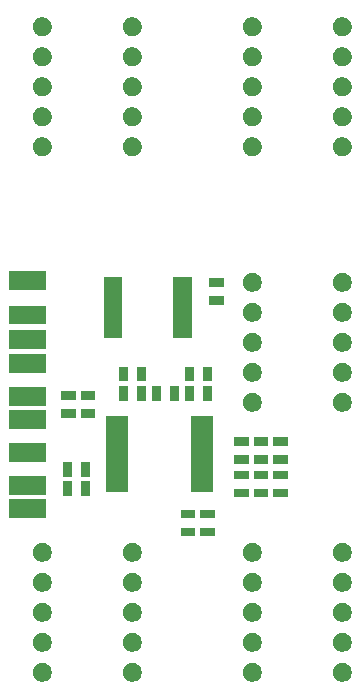
<source format=gbr>
G04 #@! TF.GenerationSoftware,KiCad,Pcbnew,5.0.2+dfsg1-1*
G04 #@! TF.CreationDate,2019-05-06T01:44:38+03:00*
G04 #@! TF.ProjectId,cps1_adapter,63707331-5f61-4646-9170-7465722e6b69,rev?*
G04 #@! TF.SameCoordinates,Original*
G04 #@! TF.FileFunction,Soldermask,Top*
G04 #@! TF.FilePolarity,Negative*
%FSLAX46Y46*%
G04 Gerber Fmt 4.6, Leading zero omitted, Abs format (unit mm)*
G04 Created by KiCad (PCBNEW 5.0.2+dfsg1-1) date 2019-05-06T01:44:38 EEST*
%MOMM*%
%LPD*%
G01*
G04 APERTURE LIST*
%ADD10C,0.100000*%
G04 APERTURE END LIST*
D10*
G36*
X51298585Y-89389974D02*
X51444322Y-89450340D01*
X51575481Y-89537978D01*
X51687022Y-89649519D01*
X51774660Y-89780678D01*
X51835026Y-89926415D01*
X51865800Y-90081127D01*
X51865800Y-90238873D01*
X51835026Y-90393585D01*
X51774660Y-90539322D01*
X51687022Y-90670481D01*
X51575481Y-90782022D01*
X51444322Y-90869660D01*
X51298585Y-90930026D01*
X51143873Y-90960800D01*
X50986127Y-90960800D01*
X50831415Y-90930026D01*
X50685678Y-90869660D01*
X50554519Y-90782022D01*
X50442978Y-90670481D01*
X50355340Y-90539322D01*
X50294974Y-90393585D01*
X50264200Y-90238873D01*
X50264200Y-90081127D01*
X50294974Y-89926415D01*
X50355340Y-89780678D01*
X50442978Y-89649519D01*
X50554519Y-89537978D01*
X50685678Y-89450340D01*
X50831415Y-89389974D01*
X50986127Y-89359200D01*
X51143873Y-89359200D01*
X51298585Y-89389974D01*
X51298585Y-89389974D01*
G37*
G36*
X61458585Y-89389974D02*
X61604322Y-89450340D01*
X61735481Y-89537978D01*
X61847022Y-89649519D01*
X61934660Y-89780678D01*
X61995026Y-89926415D01*
X62025800Y-90081127D01*
X62025800Y-90238873D01*
X61995026Y-90393585D01*
X61934660Y-90539322D01*
X61847022Y-90670481D01*
X61735481Y-90782022D01*
X61604322Y-90869660D01*
X61458585Y-90930026D01*
X61303873Y-90960800D01*
X61146127Y-90960800D01*
X60991415Y-90930026D01*
X60845678Y-90869660D01*
X60714519Y-90782022D01*
X60602978Y-90670481D01*
X60515340Y-90539322D01*
X60454974Y-90393585D01*
X60424200Y-90238873D01*
X60424200Y-90081127D01*
X60454974Y-89926415D01*
X60515340Y-89780678D01*
X60602978Y-89649519D01*
X60714519Y-89537978D01*
X60845678Y-89450340D01*
X60991415Y-89389974D01*
X61146127Y-89359200D01*
X61303873Y-89359200D01*
X61458585Y-89389974D01*
X61458585Y-89389974D01*
G37*
G36*
X69078585Y-89389974D02*
X69224322Y-89450340D01*
X69355481Y-89537978D01*
X69467022Y-89649519D01*
X69554660Y-89780678D01*
X69615026Y-89926415D01*
X69645800Y-90081127D01*
X69645800Y-90238873D01*
X69615026Y-90393585D01*
X69554660Y-90539322D01*
X69467022Y-90670481D01*
X69355481Y-90782022D01*
X69224322Y-90869660D01*
X69078585Y-90930026D01*
X68923873Y-90960800D01*
X68766127Y-90960800D01*
X68611415Y-90930026D01*
X68465678Y-90869660D01*
X68334519Y-90782022D01*
X68222978Y-90670481D01*
X68135340Y-90539322D01*
X68074974Y-90393585D01*
X68044200Y-90238873D01*
X68044200Y-90081127D01*
X68074974Y-89926415D01*
X68135340Y-89780678D01*
X68222978Y-89649519D01*
X68334519Y-89537978D01*
X68465678Y-89450340D01*
X68611415Y-89389974D01*
X68766127Y-89359200D01*
X68923873Y-89359200D01*
X69078585Y-89389974D01*
X69078585Y-89389974D01*
G37*
G36*
X43678585Y-89389974D02*
X43824322Y-89450340D01*
X43955481Y-89537978D01*
X44067022Y-89649519D01*
X44154660Y-89780678D01*
X44215026Y-89926415D01*
X44245800Y-90081127D01*
X44245800Y-90238873D01*
X44215026Y-90393585D01*
X44154660Y-90539322D01*
X44067022Y-90670481D01*
X43955481Y-90782022D01*
X43824322Y-90869660D01*
X43678585Y-90930026D01*
X43523873Y-90960800D01*
X43366127Y-90960800D01*
X43211415Y-90930026D01*
X43065678Y-90869660D01*
X42934519Y-90782022D01*
X42822978Y-90670481D01*
X42735340Y-90539322D01*
X42674974Y-90393585D01*
X42644200Y-90238873D01*
X42644200Y-90081127D01*
X42674974Y-89926415D01*
X42735340Y-89780678D01*
X42822978Y-89649519D01*
X42934519Y-89537978D01*
X43065678Y-89450340D01*
X43211415Y-89389974D01*
X43366127Y-89359200D01*
X43523873Y-89359200D01*
X43678585Y-89389974D01*
X43678585Y-89389974D01*
G37*
G36*
X43678585Y-86849974D02*
X43824322Y-86910340D01*
X43955481Y-86997978D01*
X44067022Y-87109519D01*
X44154660Y-87240678D01*
X44215026Y-87386415D01*
X44245800Y-87541127D01*
X44245800Y-87698873D01*
X44215026Y-87853585D01*
X44154660Y-87999322D01*
X44067022Y-88130481D01*
X43955481Y-88242022D01*
X43824322Y-88329660D01*
X43678585Y-88390026D01*
X43523873Y-88420800D01*
X43366127Y-88420800D01*
X43211415Y-88390026D01*
X43065678Y-88329660D01*
X42934519Y-88242022D01*
X42822978Y-88130481D01*
X42735340Y-87999322D01*
X42674974Y-87853585D01*
X42644200Y-87698873D01*
X42644200Y-87541127D01*
X42674974Y-87386415D01*
X42735340Y-87240678D01*
X42822978Y-87109519D01*
X42934519Y-86997978D01*
X43065678Y-86910340D01*
X43211415Y-86849974D01*
X43366127Y-86819200D01*
X43523873Y-86819200D01*
X43678585Y-86849974D01*
X43678585Y-86849974D01*
G37*
G36*
X51298585Y-86849974D02*
X51444322Y-86910340D01*
X51575481Y-86997978D01*
X51687022Y-87109519D01*
X51774660Y-87240678D01*
X51835026Y-87386415D01*
X51865800Y-87541127D01*
X51865800Y-87698873D01*
X51835026Y-87853585D01*
X51774660Y-87999322D01*
X51687022Y-88130481D01*
X51575481Y-88242022D01*
X51444322Y-88329660D01*
X51298585Y-88390026D01*
X51143873Y-88420800D01*
X50986127Y-88420800D01*
X50831415Y-88390026D01*
X50685678Y-88329660D01*
X50554519Y-88242022D01*
X50442978Y-88130481D01*
X50355340Y-87999322D01*
X50294974Y-87853585D01*
X50264200Y-87698873D01*
X50264200Y-87541127D01*
X50294974Y-87386415D01*
X50355340Y-87240678D01*
X50442978Y-87109519D01*
X50554519Y-86997978D01*
X50685678Y-86910340D01*
X50831415Y-86849974D01*
X50986127Y-86819200D01*
X51143873Y-86819200D01*
X51298585Y-86849974D01*
X51298585Y-86849974D01*
G37*
G36*
X69078585Y-86849974D02*
X69224322Y-86910340D01*
X69355481Y-86997978D01*
X69467022Y-87109519D01*
X69554660Y-87240678D01*
X69615026Y-87386415D01*
X69645800Y-87541127D01*
X69645800Y-87698873D01*
X69615026Y-87853585D01*
X69554660Y-87999322D01*
X69467022Y-88130481D01*
X69355481Y-88242022D01*
X69224322Y-88329660D01*
X69078585Y-88390026D01*
X68923873Y-88420800D01*
X68766127Y-88420800D01*
X68611415Y-88390026D01*
X68465678Y-88329660D01*
X68334519Y-88242022D01*
X68222978Y-88130481D01*
X68135340Y-87999322D01*
X68074974Y-87853585D01*
X68044200Y-87698873D01*
X68044200Y-87541127D01*
X68074974Y-87386415D01*
X68135340Y-87240678D01*
X68222978Y-87109519D01*
X68334519Y-86997978D01*
X68465678Y-86910340D01*
X68611415Y-86849974D01*
X68766127Y-86819200D01*
X68923873Y-86819200D01*
X69078585Y-86849974D01*
X69078585Y-86849974D01*
G37*
G36*
X61458585Y-86849974D02*
X61604322Y-86910340D01*
X61735481Y-86997978D01*
X61847022Y-87109519D01*
X61934660Y-87240678D01*
X61995026Y-87386415D01*
X62025800Y-87541127D01*
X62025800Y-87698873D01*
X61995026Y-87853585D01*
X61934660Y-87999322D01*
X61847022Y-88130481D01*
X61735481Y-88242022D01*
X61604322Y-88329660D01*
X61458585Y-88390026D01*
X61303873Y-88420800D01*
X61146127Y-88420800D01*
X60991415Y-88390026D01*
X60845678Y-88329660D01*
X60714519Y-88242022D01*
X60602978Y-88130481D01*
X60515340Y-87999322D01*
X60454974Y-87853585D01*
X60424200Y-87698873D01*
X60424200Y-87541127D01*
X60454974Y-87386415D01*
X60515340Y-87240678D01*
X60602978Y-87109519D01*
X60714519Y-86997978D01*
X60845678Y-86910340D01*
X60991415Y-86849974D01*
X61146127Y-86819200D01*
X61303873Y-86819200D01*
X61458585Y-86849974D01*
X61458585Y-86849974D01*
G37*
G36*
X43678585Y-84309974D02*
X43824322Y-84370340D01*
X43955481Y-84457978D01*
X44067022Y-84569519D01*
X44154660Y-84700678D01*
X44215026Y-84846415D01*
X44245800Y-85001127D01*
X44245800Y-85158873D01*
X44215026Y-85313585D01*
X44154660Y-85459322D01*
X44067022Y-85590481D01*
X43955481Y-85702022D01*
X43824322Y-85789660D01*
X43678585Y-85850026D01*
X43523873Y-85880800D01*
X43366127Y-85880800D01*
X43211415Y-85850026D01*
X43065678Y-85789660D01*
X42934519Y-85702022D01*
X42822978Y-85590481D01*
X42735340Y-85459322D01*
X42674974Y-85313585D01*
X42644200Y-85158873D01*
X42644200Y-85001127D01*
X42674974Y-84846415D01*
X42735340Y-84700678D01*
X42822978Y-84569519D01*
X42934519Y-84457978D01*
X43065678Y-84370340D01*
X43211415Y-84309974D01*
X43366127Y-84279200D01*
X43523873Y-84279200D01*
X43678585Y-84309974D01*
X43678585Y-84309974D01*
G37*
G36*
X61458585Y-84309974D02*
X61604322Y-84370340D01*
X61735481Y-84457978D01*
X61847022Y-84569519D01*
X61934660Y-84700678D01*
X61995026Y-84846415D01*
X62025800Y-85001127D01*
X62025800Y-85158873D01*
X61995026Y-85313585D01*
X61934660Y-85459322D01*
X61847022Y-85590481D01*
X61735481Y-85702022D01*
X61604322Y-85789660D01*
X61458585Y-85850026D01*
X61303873Y-85880800D01*
X61146127Y-85880800D01*
X60991415Y-85850026D01*
X60845678Y-85789660D01*
X60714519Y-85702022D01*
X60602978Y-85590481D01*
X60515340Y-85459322D01*
X60454974Y-85313585D01*
X60424200Y-85158873D01*
X60424200Y-85001127D01*
X60454974Y-84846415D01*
X60515340Y-84700678D01*
X60602978Y-84569519D01*
X60714519Y-84457978D01*
X60845678Y-84370340D01*
X60991415Y-84309974D01*
X61146127Y-84279200D01*
X61303873Y-84279200D01*
X61458585Y-84309974D01*
X61458585Y-84309974D01*
G37*
G36*
X69078585Y-84309974D02*
X69224322Y-84370340D01*
X69355481Y-84457978D01*
X69467022Y-84569519D01*
X69554660Y-84700678D01*
X69615026Y-84846415D01*
X69645800Y-85001127D01*
X69645800Y-85158873D01*
X69615026Y-85313585D01*
X69554660Y-85459322D01*
X69467022Y-85590481D01*
X69355481Y-85702022D01*
X69224322Y-85789660D01*
X69078585Y-85850026D01*
X68923873Y-85880800D01*
X68766127Y-85880800D01*
X68611415Y-85850026D01*
X68465678Y-85789660D01*
X68334519Y-85702022D01*
X68222978Y-85590481D01*
X68135340Y-85459322D01*
X68074974Y-85313585D01*
X68044200Y-85158873D01*
X68044200Y-85001127D01*
X68074974Y-84846415D01*
X68135340Y-84700678D01*
X68222978Y-84569519D01*
X68334519Y-84457978D01*
X68465678Y-84370340D01*
X68611415Y-84309974D01*
X68766127Y-84279200D01*
X68923873Y-84279200D01*
X69078585Y-84309974D01*
X69078585Y-84309974D01*
G37*
G36*
X51298585Y-84309974D02*
X51444322Y-84370340D01*
X51575481Y-84457978D01*
X51687022Y-84569519D01*
X51774660Y-84700678D01*
X51835026Y-84846415D01*
X51865800Y-85001127D01*
X51865800Y-85158873D01*
X51835026Y-85313585D01*
X51774660Y-85459322D01*
X51687022Y-85590481D01*
X51575481Y-85702022D01*
X51444322Y-85789660D01*
X51298585Y-85850026D01*
X51143873Y-85880800D01*
X50986127Y-85880800D01*
X50831415Y-85850026D01*
X50685678Y-85789660D01*
X50554519Y-85702022D01*
X50442978Y-85590481D01*
X50355340Y-85459322D01*
X50294974Y-85313585D01*
X50264200Y-85158873D01*
X50264200Y-85001127D01*
X50294974Y-84846415D01*
X50355340Y-84700678D01*
X50442978Y-84569519D01*
X50554519Y-84457978D01*
X50685678Y-84370340D01*
X50831415Y-84309974D01*
X50986127Y-84279200D01*
X51143873Y-84279200D01*
X51298585Y-84309974D01*
X51298585Y-84309974D01*
G37*
G36*
X43678585Y-81769974D02*
X43824322Y-81830340D01*
X43955481Y-81917978D01*
X44067022Y-82029519D01*
X44154660Y-82160678D01*
X44215026Y-82306415D01*
X44245800Y-82461127D01*
X44245800Y-82618873D01*
X44215026Y-82773585D01*
X44154660Y-82919322D01*
X44067022Y-83050481D01*
X43955481Y-83162022D01*
X43824322Y-83249660D01*
X43678585Y-83310026D01*
X43523873Y-83340800D01*
X43366127Y-83340800D01*
X43211415Y-83310026D01*
X43065678Y-83249660D01*
X42934519Y-83162022D01*
X42822978Y-83050481D01*
X42735340Y-82919322D01*
X42674974Y-82773585D01*
X42644200Y-82618873D01*
X42644200Y-82461127D01*
X42674974Y-82306415D01*
X42735340Y-82160678D01*
X42822978Y-82029519D01*
X42934519Y-81917978D01*
X43065678Y-81830340D01*
X43211415Y-81769974D01*
X43366127Y-81739200D01*
X43523873Y-81739200D01*
X43678585Y-81769974D01*
X43678585Y-81769974D01*
G37*
G36*
X61458585Y-81769974D02*
X61604322Y-81830340D01*
X61735481Y-81917978D01*
X61847022Y-82029519D01*
X61934660Y-82160678D01*
X61995026Y-82306415D01*
X62025800Y-82461127D01*
X62025800Y-82618873D01*
X61995026Y-82773585D01*
X61934660Y-82919322D01*
X61847022Y-83050481D01*
X61735481Y-83162022D01*
X61604322Y-83249660D01*
X61458585Y-83310026D01*
X61303873Y-83340800D01*
X61146127Y-83340800D01*
X60991415Y-83310026D01*
X60845678Y-83249660D01*
X60714519Y-83162022D01*
X60602978Y-83050481D01*
X60515340Y-82919322D01*
X60454974Y-82773585D01*
X60424200Y-82618873D01*
X60424200Y-82461127D01*
X60454974Y-82306415D01*
X60515340Y-82160678D01*
X60602978Y-82029519D01*
X60714519Y-81917978D01*
X60845678Y-81830340D01*
X60991415Y-81769974D01*
X61146127Y-81739200D01*
X61303873Y-81739200D01*
X61458585Y-81769974D01*
X61458585Y-81769974D01*
G37*
G36*
X69078585Y-81769974D02*
X69224322Y-81830340D01*
X69355481Y-81917978D01*
X69467022Y-82029519D01*
X69554660Y-82160678D01*
X69615026Y-82306415D01*
X69645800Y-82461127D01*
X69645800Y-82618873D01*
X69615026Y-82773585D01*
X69554660Y-82919322D01*
X69467022Y-83050481D01*
X69355481Y-83162022D01*
X69224322Y-83249660D01*
X69078585Y-83310026D01*
X68923873Y-83340800D01*
X68766127Y-83340800D01*
X68611415Y-83310026D01*
X68465678Y-83249660D01*
X68334519Y-83162022D01*
X68222978Y-83050481D01*
X68135340Y-82919322D01*
X68074974Y-82773585D01*
X68044200Y-82618873D01*
X68044200Y-82461127D01*
X68074974Y-82306415D01*
X68135340Y-82160678D01*
X68222978Y-82029519D01*
X68334519Y-81917978D01*
X68465678Y-81830340D01*
X68611415Y-81769974D01*
X68766127Y-81739200D01*
X68923873Y-81739200D01*
X69078585Y-81769974D01*
X69078585Y-81769974D01*
G37*
G36*
X51298585Y-81769974D02*
X51444322Y-81830340D01*
X51575481Y-81917978D01*
X51687022Y-82029519D01*
X51774660Y-82160678D01*
X51835026Y-82306415D01*
X51865800Y-82461127D01*
X51865800Y-82618873D01*
X51835026Y-82773585D01*
X51774660Y-82919322D01*
X51687022Y-83050481D01*
X51575481Y-83162022D01*
X51444322Y-83249660D01*
X51298585Y-83310026D01*
X51143873Y-83340800D01*
X50986127Y-83340800D01*
X50831415Y-83310026D01*
X50685678Y-83249660D01*
X50554519Y-83162022D01*
X50442978Y-83050481D01*
X50355340Y-82919322D01*
X50294974Y-82773585D01*
X50264200Y-82618873D01*
X50264200Y-82461127D01*
X50294974Y-82306415D01*
X50355340Y-82160678D01*
X50442978Y-82029519D01*
X50554519Y-81917978D01*
X50685678Y-81830340D01*
X50831415Y-81769974D01*
X50986127Y-81739200D01*
X51143873Y-81739200D01*
X51298585Y-81769974D01*
X51298585Y-81769974D01*
G37*
G36*
X69078585Y-79229974D02*
X69224322Y-79290340D01*
X69355481Y-79377978D01*
X69467022Y-79489519D01*
X69554660Y-79620678D01*
X69615026Y-79766415D01*
X69645800Y-79921127D01*
X69645800Y-80078873D01*
X69615026Y-80233585D01*
X69554660Y-80379322D01*
X69467022Y-80510481D01*
X69355481Y-80622022D01*
X69224322Y-80709660D01*
X69078585Y-80770026D01*
X68923873Y-80800800D01*
X68766127Y-80800800D01*
X68611415Y-80770026D01*
X68465678Y-80709660D01*
X68334519Y-80622022D01*
X68222978Y-80510481D01*
X68135340Y-80379322D01*
X68074974Y-80233585D01*
X68044200Y-80078873D01*
X68044200Y-79921127D01*
X68074974Y-79766415D01*
X68135340Y-79620678D01*
X68222978Y-79489519D01*
X68334519Y-79377978D01*
X68465678Y-79290340D01*
X68611415Y-79229974D01*
X68766127Y-79199200D01*
X68923873Y-79199200D01*
X69078585Y-79229974D01*
X69078585Y-79229974D01*
G37*
G36*
X43678585Y-79229974D02*
X43824322Y-79290340D01*
X43955481Y-79377978D01*
X44067022Y-79489519D01*
X44154660Y-79620678D01*
X44215026Y-79766415D01*
X44245800Y-79921127D01*
X44245800Y-80078873D01*
X44215026Y-80233585D01*
X44154660Y-80379322D01*
X44067022Y-80510481D01*
X43955481Y-80622022D01*
X43824322Y-80709660D01*
X43678585Y-80770026D01*
X43523873Y-80800800D01*
X43366127Y-80800800D01*
X43211415Y-80770026D01*
X43065678Y-80709660D01*
X42934519Y-80622022D01*
X42822978Y-80510481D01*
X42735340Y-80379322D01*
X42674974Y-80233585D01*
X42644200Y-80078873D01*
X42644200Y-79921127D01*
X42674974Y-79766415D01*
X42735340Y-79620678D01*
X42822978Y-79489519D01*
X42934519Y-79377978D01*
X43065678Y-79290340D01*
X43211415Y-79229974D01*
X43366127Y-79199200D01*
X43523873Y-79199200D01*
X43678585Y-79229974D01*
X43678585Y-79229974D01*
G37*
G36*
X61458585Y-79229974D02*
X61604322Y-79290340D01*
X61735481Y-79377978D01*
X61847022Y-79489519D01*
X61934660Y-79620678D01*
X61995026Y-79766415D01*
X62025800Y-79921127D01*
X62025800Y-80078873D01*
X61995026Y-80233585D01*
X61934660Y-80379322D01*
X61847022Y-80510481D01*
X61735481Y-80622022D01*
X61604322Y-80709660D01*
X61458585Y-80770026D01*
X61303873Y-80800800D01*
X61146127Y-80800800D01*
X60991415Y-80770026D01*
X60845678Y-80709660D01*
X60714519Y-80622022D01*
X60602978Y-80510481D01*
X60515340Y-80379322D01*
X60454974Y-80233585D01*
X60424200Y-80078873D01*
X60424200Y-79921127D01*
X60454974Y-79766415D01*
X60515340Y-79620678D01*
X60602978Y-79489519D01*
X60714519Y-79377978D01*
X60845678Y-79290340D01*
X60991415Y-79229974D01*
X61146127Y-79199200D01*
X61303873Y-79199200D01*
X61458585Y-79229974D01*
X61458585Y-79229974D01*
G37*
G36*
X51298585Y-79229974D02*
X51444322Y-79290340D01*
X51575481Y-79377978D01*
X51687022Y-79489519D01*
X51774660Y-79620678D01*
X51835026Y-79766415D01*
X51865800Y-79921127D01*
X51865800Y-80078873D01*
X51835026Y-80233585D01*
X51774660Y-80379322D01*
X51687022Y-80510481D01*
X51575481Y-80622022D01*
X51444322Y-80709660D01*
X51298585Y-80770026D01*
X51143873Y-80800800D01*
X50986127Y-80800800D01*
X50831415Y-80770026D01*
X50685678Y-80709660D01*
X50554519Y-80622022D01*
X50442978Y-80510481D01*
X50355340Y-80379322D01*
X50294974Y-80233585D01*
X50264200Y-80078873D01*
X50264200Y-79921127D01*
X50294974Y-79766415D01*
X50355340Y-79620678D01*
X50442978Y-79489519D01*
X50554519Y-79377978D01*
X50685678Y-79290340D01*
X50831415Y-79229974D01*
X50986127Y-79199200D01*
X51143873Y-79199200D01*
X51298585Y-79229974D01*
X51298585Y-79229974D01*
G37*
G36*
X56402300Y-78640300D02*
X55157700Y-78640300D01*
X55157700Y-77903700D01*
X56402300Y-77903700D01*
X56402300Y-78640300D01*
X56402300Y-78640300D01*
G37*
G36*
X58032300Y-78640300D02*
X56787700Y-78640300D01*
X56787700Y-77903700D01*
X58032300Y-77903700D01*
X58032300Y-78640300D01*
X58032300Y-78640300D01*
G37*
G36*
X58032300Y-77116300D02*
X56787700Y-77116300D01*
X56787700Y-76379700D01*
X58032300Y-76379700D01*
X58032300Y-77116300D01*
X58032300Y-77116300D01*
G37*
G36*
X56402300Y-77116300D02*
X55157700Y-77116300D01*
X55157700Y-76379700D01*
X56402300Y-76379700D01*
X56402300Y-77116300D01*
X56402300Y-77116300D01*
G37*
G36*
X43750800Y-77110800D02*
X40649200Y-77110800D01*
X40649200Y-75509200D01*
X43750800Y-75509200D01*
X43750800Y-77110800D01*
X43750800Y-77110800D01*
G37*
G36*
X64232300Y-75350300D02*
X62987700Y-75350300D01*
X62987700Y-74613700D01*
X64232300Y-74613700D01*
X64232300Y-75350300D01*
X64232300Y-75350300D01*
G37*
G36*
X62592300Y-75350300D02*
X61347700Y-75350300D01*
X61347700Y-74613700D01*
X62592300Y-74613700D01*
X62592300Y-75350300D01*
X62592300Y-75350300D01*
G37*
G36*
X60952300Y-75350300D02*
X59707700Y-75350300D01*
X59707700Y-74613700D01*
X60952300Y-74613700D01*
X60952300Y-75350300D01*
X60952300Y-75350300D01*
G37*
G36*
X45956300Y-75232300D02*
X45219700Y-75232300D01*
X45219700Y-73987700D01*
X45956300Y-73987700D01*
X45956300Y-75232300D01*
X45956300Y-75232300D01*
G37*
G36*
X47480300Y-75232300D02*
X46743700Y-75232300D01*
X46743700Y-73987700D01*
X47480300Y-73987700D01*
X47480300Y-75232300D01*
X47480300Y-75232300D01*
G37*
G36*
X43750800Y-75110800D02*
X40649200Y-75110800D01*
X40649200Y-73509200D01*
X43750800Y-73509200D01*
X43750800Y-75110800D01*
X43750800Y-75110800D01*
G37*
G36*
X57875800Y-74880800D02*
X56024200Y-74880800D01*
X56024200Y-68479200D01*
X57875800Y-68479200D01*
X57875800Y-74880800D01*
X57875800Y-74880800D01*
G37*
G36*
X50675800Y-74880800D02*
X48824200Y-74880800D01*
X48824200Y-68479200D01*
X50675800Y-68479200D01*
X50675800Y-74880800D01*
X50675800Y-74880800D01*
G37*
G36*
X62592300Y-73826300D02*
X61347700Y-73826300D01*
X61347700Y-73089700D01*
X62592300Y-73089700D01*
X62592300Y-73826300D01*
X62592300Y-73826300D01*
G37*
G36*
X64232300Y-73826300D02*
X62987700Y-73826300D01*
X62987700Y-73089700D01*
X64232300Y-73089700D01*
X64232300Y-73826300D01*
X64232300Y-73826300D01*
G37*
G36*
X60952300Y-73826300D02*
X59707700Y-73826300D01*
X59707700Y-73089700D01*
X60952300Y-73089700D01*
X60952300Y-73826300D01*
X60952300Y-73826300D01*
G37*
G36*
X47490300Y-73602300D02*
X46753700Y-73602300D01*
X46753700Y-72357700D01*
X47490300Y-72357700D01*
X47490300Y-73602300D01*
X47490300Y-73602300D01*
G37*
G36*
X45966300Y-73602300D02*
X45229700Y-73602300D01*
X45229700Y-72357700D01*
X45966300Y-72357700D01*
X45966300Y-73602300D01*
X45966300Y-73602300D01*
G37*
G36*
X64222300Y-72510300D02*
X62977700Y-72510300D01*
X62977700Y-71773700D01*
X64222300Y-71773700D01*
X64222300Y-72510300D01*
X64222300Y-72510300D01*
G37*
G36*
X60942300Y-72510300D02*
X59697700Y-72510300D01*
X59697700Y-71773700D01*
X60942300Y-71773700D01*
X60942300Y-72510300D01*
X60942300Y-72510300D01*
G37*
G36*
X62592300Y-72510300D02*
X61347700Y-72510300D01*
X61347700Y-71773700D01*
X62592300Y-71773700D01*
X62592300Y-72510300D01*
X62592300Y-72510300D01*
G37*
G36*
X43750800Y-72360800D02*
X40649200Y-72360800D01*
X40649200Y-70759200D01*
X43750800Y-70759200D01*
X43750800Y-72360800D01*
X43750800Y-72360800D01*
G37*
G36*
X64222300Y-70986300D02*
X62977700Y-70986300D01*
X62977700Y-70249700D01*
X64222300Y-70249700D01*
X64222300Y-70986300D01*
X64222300Y-70986300D01*
G37*
G36*
X60942300Y-70986300D02*
X59697700Y-70986300D01*
X59697700Y-70249700D01*
X60942300Y-70249700D01*
X60942300Y-70986300D01*
X60942300Y-70986300D01*
G37*
G36*
X62592300Y-70986300D02*
X61347700Y-70986300D01*
X61347700Y-70249700D01*
X62592300Y-70249700D01*
X62592300Y-70986300D01*
X62592300Y-70986300D01*
G37*
G36*
X43750800Y-69590800D02*
X40649200Y-69590800D01*
X40649200Y-67989200D01*
X43750800Y-67989200D01*
X43750800Y-69590800D01*
X43750800Y-69590800D01*
G37*
G36*
X46312300Y-68610300D02*
X45067700Y-68610300D01*
X45067700Y-67873700D01*
X46312300Y-67873700D01*
X46312300Y-68610300D01*
X46312300Y-68610300D01*
G37*
G36*
X47932300Y-68610300D02*
X46687700Y-68610300D01*
X46687700Y-67873700D01*
X47932300Y-67873700D01*
X47932300Y-68610300D01*
X47932300Y-68610300D01*
G37*
G36*
X69078585Y-66529974D02*
X69224322Y-66590340D01*
X69355481Y-66677978D01*
X69467022Y-66789519D01*
X69554660Y-66920678D01*
X69615026Y-67066415D01*
X69645800Y-67221127D01*
X69645800Y-67378873D01*
X69615026Y-67533585D01*
X69554660Y-67679322D01*
X69467022Y-67810481D01*
X69355481Y-67922022D01*
X69224322Y-68009660D01*
X69078585Y-68070026D01*
X68923873Y-68100800D01*
X68766127Y-68100800D01*
X68611415Y-68070026D01*
X68465678Y-68009660D01*
X68334519Y-67922022D01*
X68222978Y-67810481D01*
X68135340Y-67679322D01*
X68074974Y-67533585D01*
X68044200Y-67378873D01*
X68044200Y-67221127D01*
X68074974Y-67066415D01*
X68135340Y-66920678D01*
X68222978Y-66789519D01*
X68334519Y-66677978D01*
X68465678Y-66590340D01*
X68611415Y-66529974D01*
X68766127Y-66499200D01*
X68923873Y-66499200D01*
X69078585Y-66529974D01*
X69078585Y-66529974D01*
G37*
G36*
X61458585Y-66529974D02*
X61604322Y-66590340D01*
X61735481Y-66677978D01*
X61847022Y-66789519D01*
X61934660Y-66920678D01*
X61995026Y-67066415D01*
X62025800Y-67221127D01*
X62025800Y-67378873D01*
X61995026Y-67533585D01*
X61934660Y-67679322D01*
X61847022Y-67810481D01*
X61735481Y-67922022D01*
X61604322Y-68009660D01*
X61458585Y-68070026D01*
X61303873Y-68100800D01*
X61146127Y-68100800D01*
X60991415Y-68070026D01*
X60845678Y-68009660D01*
X60714519Y-67922022D01*
X60602978Y-67810481D01*
X60515340Y-67679322D01*
X60454974Y-67533585D01*
X60424200Y-67378873D01*
X60424200Y-67221127D01*
X60454974Y-67066415D01*
X60515340Y-66920678D01*
X60602978Y-66789519D01*
X60714519Y-66677978D01*
X60845678Y-66590340D01*
X60991415Y-66529974D01*
X61146127Y-66499200D01*
X61303873Y-66499200D01*
X61458585Y-66529974D01*
X61458585Y-66529974D01*
G37*
G36*
X43750800Y-67580800D02*
X40649200Y-67580800D01*
X40649200Y-65979200D01*
X43750800Y-65979200D01*
X43750800Y-67580800D01*
X43750800Y-67580800D01*
G37*
G36*
X55030300Y-67162300D02*
X54293700Y-67162300D01*
X54293700Y-65917700D01*
X55030300Y-65917700D01*
X55030300Y-67162300D01*
X55030300Y-67162300D01*
G37*
G36*
X53506300Y-67162300D02*
X52769700Y-67162300D01*
X52769700Y-65917700D01*
X53506300Y-65917700D01*
X53506300Y-67162300D01*
X53506300Y-67162300D01*
G37*
G36*
X52220300Y-67152300D02*
X51483700Y-67152300D01*
X51483700Y-65907700D01*
X52220300Y-65907700D01*
X52220300Y-67152300D01*
X52220300Y-67152300D01*
G37*
G36*
X50696300Y-67152300D02*
X49959700Y-67152300D01*
X49959700Y-65907700D01*
X50696300Y-65907700D01*
X50696300Y-67152300D01*
X50696300Y-67152300D01*
G37*
G36*
X56306300Y-67152300D02*
X55569700Y-67152300D01*
X55569700Y-65907700D01*
X56306300Y-65907700D01*
X56306300Y-67152300D01*
X56306300Y-67152300D01*
G37*
G36*
X57830300Y-67152300D02*
X57093700Y-67152300D01*
X57093700Y-65907700D01*
X57830300Y-65907700D01*
X57830300Y-67152300D01*
X57830300Y-67152300D01*
G37*
G36*
X47932300Y-67086300D02*
X46687700Y-67086300D01*
X46687700Y-66349700D01*
X47932300Y-66349700D01*
X47932300Y-67086300D01*
X47932300Y-67086300D01*
G37*
G36*
X46312300Y-67086300D02*
X45067700Y-67086300D01*
X45067700Y-66349700D01*
X46312300Y-66349700D01*
X46312300Y-67086300D01*
X46312300Y-67086300D01*
G37*
G36*
X69078585Y-63989974D02*
X69224322Y-64050340D01*
X69355481Y-64137978D01*
X69467022Y-64249519D01*
X69554660Y-64380678D01*
X69615026Y-64526415D01*
X69645800Y-64681127D01*
X69645800Y-64838873D01*
X69615026Y-64993585D01*
X69554660Y-65139322D01*
X69467022Y-65270481D01*
X69355481Y-65382022D01*
X69224322Y-65469660D01*
X69078585Y-65530026D01*
X68923873Y-65560800D01*
X68766127Y-65560800D01*
X68611415Y-65530026D01*
X68465678Y-65469660D01*
X68334519Y-65382022D01*
X68222978Y-65270481D01*
X68135340Y-65139322D01*
X68074974Y-64993585D01*
X68044200Y-64838873D01*
X68044200Y-64681127D01*
X68074974Y-64526415D01*
X68135340Y-64380678D01*
X68222978Y-64249519D01*
X68334519Y-64137978D01*
X68465678Y-64050340D01*
X68611415Y-63989974D01*
X68766127Y-63959200D01*
X68923873Y-63959200D01*
X69078585Y-63989974D01*
X69078585Y-63989974D01*
G37*
G36*
X61458585Y-63989974D02*
X61604322Y-64050340D01*
X61735481Y-64137978D01*
X61847022Y-64249519D01*
X61934660Y-64380678D01*
X61995026Y-64526415D01*
X62025800Y-64681127D01*
X62025800Y-64838873D01*
X61995026Y-64993585D01*
X61934660Y-65139322D01*
X61847022Y-65270481D01*
X61735481Y-65382022D01*
X61604322Y-65469660D01*
X61458585Y-65530026D01*
X61303873Y-65560800D01*
X61146127Y-65560800D01*
X60991415Y-65530026D01*
X60845678Y-65469660D01*
X60714519Y-65382022D01*
X60602978Y-65270481D01*
X60515340Y-65139322D01*
X60454974Y-64993585D01*
X60424200Y-64838873D01*
X60424200Y-64681127D01*
X60454974Y-64526415D01*
X60515340Y-64380678D01*
X60602978Y-64249519D01*
X60714519Y-64137978D01*
X60845678Y-64050340D01*
X60991415Y-63989974D01*
X61146127Y-63959200D01*
X61303873Y-63959200D01*
X61458585Y-63989974D01*
X61458585Y-63989974D01*
G37*
G36*
X57820300Y-65522300D02*
X57083700Y-65522300D01*
X57083700Y-64277700D01*
X57820300Y-64277700D01*
X57820300Y-65522300D01*
X57820300Y-65522300D01*
G37*
G36*
X56296300Y-65522300D02*
X55559700Y-65522300D01*
X55559700Y-64277700D01*
X56296300Y-64277700D01*
X56296300Y-65522300D01*
X56296300Y-65522300D01*
G37*
G36*
X50696300Y-65522300D02*
X49959700Y-65522300D01*
X49959700Y-64277700D01*
X50696300Y-64277700D01*
X50696300Y-65522300D01*
X50696300Y-65522300D01*
G37*
G36*
X52220300Y-65522300D02*
X51483700Y-65522300D01*
X51483700Y-64277700D01*
X52220300Y-64277700D01*
X52220300Y-65522300D01*
X52220300Y-65522300D01*
G37*
G36*
X43750800Y-64820800D02*
X40649200Y-64820800D01*
X40649200Y-63219200D01*
X43750800Y-63219200D01*
X43750800Y-64820800D01*
X43750800Y-64820800D01*
G37*
G36*
X69078585Y-61449974D02*
X69224322Y-61510340D01*
X69355481Y-61597978D01*
X69467022Y-61709519D01*
X69554660Y-61840678D01*
X69615026Y-61986415D01*
X69645800Y-62141127D01*
X69645800Y-62298873D01*
X69615026Y-62453585D01*
X69554660Y-62599322D01*
X69467022Y-62730481D01*
X69355481Y-62842022D01*
X69224322Y-62929660D01*
X69078585Y-62990026D01*
X68923873Y-63020800D01*
X68766127Y-63020800D01*
X68611415Y-62990026D01*
X68465678Y-62929660D01*
X68334519Y-62842022D01*
X68222978Y-62730481D01*
X68135340Y-62599322D01*
X68074974Y-62453585D01*
X68044200Y-62298873D01*
X68044200Y-62141127D01*
X68074974Y-61986415D01*
X68135340Y-61840678D01*
X68222978Y-61709519D01*
X68334519Y-61597978D01*
X68465678Y-61510340D01*
X68611415Y-61449974D01*
X68766127Y-61419200D01*
X68923873Y-61419200D01*
X69078585Y-61449974D01*
X69078585Y-61449974D01*
G37*
G36*
X61458585Y-61449974D02*
X61604322Y-61510340D01*
X61735481Y-61597978D01*
X61847022Y-61709519D01*
X61934660Y-61840678D01*
X61995026Y-61986415D01*
X62025800Y-62141127D01*
X62025800Y-62298873D01*
X61995026Y-62453585D01*
X61934660Y-62599322D01*
X61847022Y-62730481D01*
X61735481Y-62842022D01*
X61604322Y-62929660D01*
X61458585Y-62990026D01*
X61303873Y-63020800D01*
X61146127Y-63020800D01*
X60991415Y-62990026D01*
X60845678Y-62929660D01*
X60714519Y-62842022D01*
X60602978Y-62730481D01*
X60515340Y-62599322D01*
X60454974Y-62453585D01*
X60424200Y-62298873D01*
X60424200Y-62141127D01*
X60454974Y-61986415D01*
X60515340Y-61840678D01*
X60602978Y-61709519D01*
X60714519Y-61597978D01*
X60845678Y-61510340D01*
X60991415Y-61449974D01*
X61146127Y-61419200D01*
X61303873Y-61419200D01*
X61458585Y-61449974D01*
X61458585Y-61449974D01*
G37*
G36*
X43750800Y-62770800D02*
X40649200Y-62770800D01*
X40649200Y-61169200D01*
X43750800Y-61169200D01*
X43750800Y-62770800D01*
X43750800Y-62770800D01*
G37*
G36*
X56140800Y-61830800D02*
X54539200Y-61830800D01*
X54539200Y-56729200D01*
X56140800Y-56729200D01*
X56140800Y-61830800D01*
X56140800Y-61830800D01*
G37*
G36*
X50240800Y-61830800D02*
X48639200Y-61830800D01*
X48639200Y-56729200D01*
X50240800Y-56729200D01*
X50240800Y-61830800D01*
X50240800Y-61830800D01*
G37*
G36*
X43750800Y-60710800D02*
X40649200Y-60710800D01*
X40649200Y-59109200D01*
X43750800Y-59109200D01*
X43750800Y-60710800D01*
X43750800Y-60710800D01*
G37*
G36*
X61458585Y-58909974D02*
X61604322Y-58970340D01*
X61735481Y-59057978D01*
X61847022Y-59169519D01*
X61934660Y-59300678D01*
X61995026Y-59446415D01*
X62025800Y-59601127D01*
X62025800Y-59758873D01*
X61995026Y-59913585D01*
X61934660Y-60059322D01*
X61847022Y-60190481D01*
X61735481Y-60302022D01*
X61604322Y-60389660D01*
X61458585Y-60450026D01*
X61303873Y-60480800D01*
X61146127Y-60480800D01*
X60991415Y-60450026D01*
X60845678Y-60389660D01*
X60714519Y-60302022D01*
X60602978Y-60190481D01*
X60515340Y-60059322D01*
X60454974Y-59913585D01*
X60424200Y-59758873D01*
X60424200Y-59601127D01*
X60454974Y-59446415D01*
X60515340Y-59300678D01*
X60602978Y-59169519D01*
X60714519Y-59057978D01*
X60845678Y-58970340D01*
X60991415Y-58909974D01*
X61146127Y-58879200D01*
X61303873Y-58879200D01*
X61458585Y-58909974D01*
X61458585Y-58909974D01*
G37*
G36*
X69078585Y-58909974D02*
X69224322Y-58970340D01*
X69355481Y-59057978D01*
X69467022Y-59169519D01*
X69554660Y-59300678D01*
X69615026Y-59446415D01*
X69645800Y-59601127D01*
X69645800Y-59758873D01*
X69615026Y-59913585D01*
X69554660Y-60059322D01*
X69467022Y-60190481D01*
X69355481Y-60302022D01*
X69224322Y-60389660D01*
X69078585Y-60450026D01*
X68923873Y-60480800D01*
X68766127Y-60480800D01*
X68611415Y-60450026D01*
X68465678Y-60389660D01*
X68334519Y-60302022D01*
X68222978Y-60190481D01*
X68135340Y-60059322D01*
X68074974Y-59913585D01*
X68044200Y-59758873D01*
X68044200Y-59601127D01*
X68074974Y-59446415D01*
X68135340Y-59300678D01*
X68222978Y-59169519D01*
X68334519Y-59057978D01*
X68465678Y-58970340D01*
X68611415Y-58909974D01*
X68766127Y-58879200D01*
X68923873Y-58879200D01*
X69078585Y-58909974D01*
X69078585Y-58909974D01*
G37*
G36*
X58852300Y-59020300D02*
X57607700Y-59020300D01*
X57607700Y-58283700D01*
X58852300Y-58283700D01*
X58852300Y-59020300D01*
X58852300Y-59020300D01*
G37*
G36*
X69078585Y-56369974D02*
X69224322Y-56430340D01*
X69355481Y-56517978D01*
X69467022Y-56629519D01*
X69554660Y-56760678D01*
X69615026Y-56906415D01*
X69645800Y-57061127D01*
X69645800Y-57218873D01*
X69615026Y-57373585D01*
X69554660Y-57519322D01*
X69467022Y-57650481D01*
X69355481Y-57762022D01*
X69224322Y-57849660D01*
X69078585Y-57910026D01*
X68923873Y-57940800D01*
X68766127Y-57940800D01*
X68611415Y-57910026D01*
X68465678Y-57849660D01*
X68334519Y-57762022D01*
X68222978Y-57650481D01*
X68135340Y-57519322D01*
X68074974Y-57373585D01*
X68044200Y-57218873D01*
X68044200Y-57061127D01*
X68074974Y-56906415D01*
X68135340Y-56760678D01*
X68222978Y-56629519D01*
X68334519Y-56517978D01*
X68465678Y-56430340D01*
X68611415Y-56369974D01*
X68766127Y-56339200D01*
X68923873Y-56339200D01*
X69078585Y-56369974D01*
X69078585Y-56369974D01*
G37*
G36*
X61458585Y-56369974D02*
X61604322Y-56430340D01*
X61735481Y-56517978D01*
X61847022Y-56629519D01*
X61934660Y-56760678D01*
X61995026Y-56906415D01*
X62025800Y-57061127D01*
X62025800Y-57218873D01*
X61995026Y-57373585D01*
X61934660Y-57519322D01*
X61847022Y-57650481D01*
X61735481Y-57762022D01*
X61604322Y-57849660D01*
X61458585Y-57910026D01*
X61303873Y-57940800D01*
X61146127Y-57940800D01*
X60991415Y-57910026D01*
X60845678Y-57849660D01*
X60714519Y-57762022D01*
X60602978Y-57650481D01*
X60515340Y-57519322D01*
X60454974Y-57373585D01*
X60424200Y-57218873D01*
X60424200Y-57061127D01*
X60454974Y-56906415D01*
X60515340Y-56760678D01*
X60602978Y-56629519D01*
X60714519Y-56517978D01*
X60845678Y-56430340D01*
X60991415Y-56369974D01*
X61146127Y-56339200D01*
X61303873Y-56339200D01*
X61458585Y-56369974D01*
X61458585Y-56369974D01*
G37*
G36*
X43750800Y-57790800D02*
X40649200Y-57790800D01*
X40649200Y-56189200D01*
X43750800Y-56189200D01*
X43750800Y-57790800D01*
X43750800Y-57790800D01*
G37*
G36*
X58852300Y-57496300D02*
X57607700Y-57496300D01*
X57607700Y-56759700D01*
X58852300Y-56759700D01*
X58852300Y-57496300D01*
X58852300Y-57496300D01*
G37*
G36*
X51298585Y-44889974D02*
X51444322Y-44950340D01*
X51575481Y-45037978D01*
X51687022Y-45149519D01*
X51774660Y-45280678D01*
X51835026Y-45426415D01*
X51865800Y-45581127D01*
X51865800Y-45738873D01*
X51835026Y-45893585D01*
X51774660Y-46039322D01*
X51687022Y-46170481D01*
X51575481Y-46282022D01*
X51444322Y-46369660D01*
X51298585Y-46430026D01*
X51143873Y-46460800D01*
X50986127Y-46460800D01*
X50831415Y-46430026D01*
X50685678Y-46369660D01*
X50554519Y-46282022D01*
X50442978Y-46170481D01*
X50355340Y-46039322D01*
X50294974Y-45893585D01*
X50264200Y-45738873D01*
X50264200Y-45581127D01*
X50294974Y-45426415D01*
X50355340Y-45280678D01*
X50442978Y-45149519D01*
X50554519Y-45037978D01*
X50685678Y-44950340D01*
X50831415Y-44889974D01*
X50986127Y-44859200D01*
X51143873Y-44859200D01*
X51298585Y-44889974D01*
X51298585Y-44889974D01*
G37*
G36*
X61458585Y-44889974D02*
X61604322Y-44950340D01*
X61735481Y-45037978D01*
X61847022Y-45149519D01*
X61934660Y-45280678D01*
X61995026Y-45426415D01*
X62025800Y-45581127D01*
X62025800Y-45738873D01*
X61995026Y-45893585D01*
X61934660Y-46039322D01*
X61847022Y-46170481D01*
X61735481Y-46282022D01*
X61604322Y-46369660D01*
X61458585Y-46430026D01*
X61303873Y-46460800D01*
X61146127Y-46460800D01*
X60991415Y-46430026D01*
X60845678Y-46369660D01*
X60714519Y-46282022D01*
X60602978Y-46170481D01*
X60515340Y-46039322D01*
X60454974Y-45893585D01*
X60424200Y-45738873D01*
X60424200Y-45581127D01*
X60454974Y-45426415D01*
X60515340Y-45280678D01*
X60602978Y-45149519D01*
X60714519Y-45037978D01*
X60845678Y-44950340D01*
X60991415Y-44889974D01*
X61146127Y-44859200D01*
X61303873Y-44859200D01*
X61458585Y-44889974D01*
X61458585Y-44889974D01*
G37*
G36*
X43678585Y-44889974D02*
X43824322Y-44950340D01*
X43955481Y-45037978D01*
X44067022Y-45149519D01*
X44154660Y-45280678D01*
X44215026Y-45426415D01*
X44245800Y-45581127D01*
X44245800Y-45738873D01*
X44215026Y-45893585D01*
X44154660Y-46039322D01*
X44067022Y-46170481D01*
X43955481Y-46282022D01*
X43824322Y-46369660D01*
X43678585Y-46430026D01*
X43523873Y-46460800D01*
X43366127Y-46460800D01*
X43211415Y-46430026D01*
X43065678Y-46369660D01*
X42934519Y-46282022D01*
X42822978Y-46170481D01*
X42735340Y-46039322D01*
X42674974Y-45893585D01*
X42644200Y-45738873D01*
X42644200Y-45581127D01*
X42674974Y-45426415D01*
X42735340Y-45280678D01*
X42822978Y-45149519D01*
X42934519Y-45037978D01*
X43065678Y-44950340D01*
X43211415Y-44889974D01*
X43366127Y-44859200D01*
X43523873Y-44859200D01*
X43678585Y-44889974D01*
X43678585Y-44889974D01*
G37*
G36*
X69078585Y-44889974D02*
X69224322Y-44950340D01*
X69355481Y-45037978D01*
X69467022Y-45149519D01*
X69554660Y-45280678D01*
X69615026Y-45426415D01*
X69645800Y-45581127D01*
X69645800Y-45738873D01*
X69615026Y-45893585D01*
X69554660Y-46039322D01*
X69467022Y-46170481D01*
X69355481Y-46282022D01*
X69224322Y-46369660D01*
X69078585Y-46430026D01*
X68923873Y-46460800D01*
X68766127Y-46460800D01*
X68611415Y-46430026D01*
X68465678Y-46369660D01*
X68334519Y-46282022D01*
X68222978Y-46170481D01*
X68135340Y-46039322D01*
X68074974Y-45893585D01*
X68044200Y-45738873D01*
X68044200Y-45581127D01*
X68074974Y-45426415D01*
X68135340Y-45280678D01*
X68222978Y-45149519D01*
X68334519Y-45037978D01*
X68465678Y-44950340D01*
X68611415Y-44889974D01*
X68766127Y-44859200D01*
X68923873Y-44859200D01*
X69078585Y-44889974D01*
X69078585Y-44889974D01*
G37*
G36*
X43678585Y-42349974D02*
X43824322Y-42410340D01*
X43955481Y-42497978D01*
X44067022Y-42609519D01*
X44154660Y-42740678D01*
X44215026Y-42886415D01*
X44245800Y-43041127D01*
X44245800Y-43198873D01*
X44215026Y-43353585D01*
X44154660Y-43499322D01*
X44067022Y-43630481D01*
X43955481Y-43742022D01*
X43824322Y-43829660D01*
X43678585Y-43890026D01*
X43523873Y-43920800D01*
X43366127Y-43920800D01*
X43211415Y-43890026D01*
X43065678Y-43829660D01*
X42934519Y-43742022D01*
X42822978Y-43630481D01*
X42735340Y-43499322D01*
X42674974Y-43353585D01*
X42644200Y-43198873D01*
X42644200Y-43041127D01*
X42674974Y-42886415D01*
X42735340Y-42740678D01*
X42822978Y-42609519D01*
X42934519Y-42497978D01*
X43065678Y-42410340D01*
X43211415Y-42349974D01*
X43366127Y-42319200D01*
X43523873Y-42319200D01*
X43678585Y-42349974D01*
X43678585Y-42349974D01*
G37*
G36*
X51298585Y-42349974D02*
X51444322Y-42410340D01*
X51575481Y-42497978D01*
X51687022Y-42609519D01*
X51774660Y-42740678D01*
X51835026Y-42886415D01*
X51865800Y-43041127D01*
X51865800Y-43198873D01*
X51835026Y-43353585D01*
X51774660Y-43499322D01*
X51687022Y-43630481D01*
X51575481Y-43742022D01*
X51444322Y-43829660D01*
X51298585Y-43890026D01*
X51143873Y-43920800D01*
X50986127Y-43920800D01*
X50831415Y-43890026D01*
X50685678Y-43829660D01*
X50554519Y-43742022D01*
X50442978Y-43630481D01*
X50355340Y-43499322D01*
X50294974Y-43353585D01*
X50264200Y-43198873D01*
X50264200Y-43041127D01*
X50294974Y-42886415D01*
X50355340Y-42740678D01*
X50442978Y-42609519D01*
X50554519Y-42497978D01*
X50685678Y-42410340D01*
X50831415Y-42349974D01*
X50986127Y-42319200D01*
X51143873Y-42319200D01*
X51298585Y-42349974D01*
X51298585Y-42349974D01*
G37*
G36*
X61458585Y-42349974D02*
X61604322Y-42410340D01*
X61735481Y-42497978D01*
X61847022Y-42609519D01*
X61934660Y-42740678D01*
X61995026Y-42886415D01*
X62025800Y-43041127D01*
X62025800Y-43198873D01*
X61995026Y-43353585D01*
X61934660Y-43499322D01*
X61847022Y-43630481D01*
X61735481Y-43742022D01*
X61604322Y-43829660D01*
X61458585Y-43890026D01*
X61303873Y-43920800D01*
X61146127Y-43920800D01*
X60991415Y-43890026D01*
X60845678Y-43829660D01*
X60714519Y-43742022D01*
X60602978Y-43630481D01*
X60515340Y-43499322D01*
X60454974Y-43353585D01*
X60424200Y-43198873D01*
X60424200Y-43041127D01*
X60454974Y-42886415D01*
X60515340Y-42740678D01*
X60602978Y-42609519D01*
X60714519Y-42497978D01*
X60845678Y-42410340D01*
X60991415Y-42349974D01*
X61146127Y-42319200D01*
X61303873Y-42319200D01*
X61458585Y-42349974D01*
X61458585Y-42349974D01*
G37*
G36*
X69078585Y-42349974D02*
X69224322Y-42410340D01*
X69355481Y-42497978D01*
X69467022Y-42609519D01*
X69554660Y-42740678D01*
X69615026Y-42886415D01*
X69645800Y-43041127D01*
X69645800Y-43198873D01*
X69615026Y-43353585D01*
X69554660Y-43499322D01*
X69467022Y-43630481D01*
X69355481Y-43742022D01*
X69224322Y-43829660D01*
X69078585Y-43890026D01*
X68923873Y-43920800D01*
X68766127Y-43920800D01*
X68611415Y-43890026D01*
X68465678Y-43829660D01*
X68334519Y-43742022D01*
X68222978Y-43630481D01*
X68135340Y-43499322D01*
X68074974Y-43353585D01*
X68044200Y-43198873D01*
X68044200Y-43041127D01*
X68074974Y-42886415D01*
X68135340Y-42740678D01*
X68222978Y-42609519D01*
X68334519Y-42497978D01*
X68465678Y-42410340D01*
X68611415Y-42349974D01*
X68766127Y-42319200D01*
X68923873Y-42319200D01*
X69078585Y-42349974D01*
X69078585Y-42349974D01*
G37*
G36*
X69078585Y-39809974D02*
X69224322Y-39870340D01*
X69355481Y-39957978D01*
X69467022Y-40069519D01*
X69554660Y-40200678D01*
X69615026Y-40346415D01*
X69645800Y-40501127D01*
X69645800Y-40658873D01*
X69615026Y-40813585D01*
X69554660Y-40959322D01*
X69467022Y-41090481D01*
X69355481Y-41202022D01*
X69224322Y-41289660D01*
X69078585Y-41350026D01*
X68923873Y-41380800D01*
X68766127Y-41380800D01*
X68611415Y-41350026D01*
X68465678Y-41289660D01*
X68334519Y-41202022D01*
X68222978Y-41090481D01*
X68135340Y-40959322D01*
X68074974Y-40813585D01*
X68044200Y-40658873D01*
X68044200Y-40501127D01*
X68074974Y-40346415D01*
X68135340Y-40200678D01*
X68222978Y-40069519D01*
X68334519Y-39957978D01*
X68465678Y-39870340D01*
X68611415Y-39809974D01*
X68766127Y-39779200D01*
X68923873Y-39779200D01*
X69078585Y-39809974D01*
X69078585Y-39809974D01*
G37*
G36*
X43678585Y-39809974D02*
X43824322Y-39870340D01*
X43955481Y-39957978D01*
X44067022Y-40069519D01*
X44154660Y-40200678D01*
X44215026Y-40346415D01*
X44245800Y-40501127D01*
X44245800Y-40658873D01*
X44215026Y-40813585D01*
X44154660Y-40959322D01*
X44067022Y-41090481D01*
X43955481Y-41202022D01*
X43824322Y-41289660D01*
X43678585Y-41350026D01*
X43523873Y-41380800D01*
X43366127Y-41380800D01*
X43211415Y-41350026D01*
X43065678Y-41289660D01*
X42934519Y-41202022D01*
X42822978Y-41090481D01*
X42735340Y-40959322D01*
X42674974Y-40813585D01*
X42644200Y-40658873D01*
X42644200Y-40501127D01*
X42674974Y-40346415D01*
X42735340Y-40200678D01*
X42822978Y-40069519D01*
X42934519Y-39957978D01*
X43065678Y-39870340D01*
X43211415Y-39809974D01*
X43366127Y-39779200D01*
X43523873Y-39779200D01*
X43678585Y-39809974D01*
X43678585Y-39809974D01*
G37*
G36*
X51298585Y-39809974D02*
X51444322Y-39870340D01*
X51575481Y-39957978D01*
X51687022Y-40069519D01*
X51774660Y-40200678D01*
X51835026Y-40346415D01*
X51865800Y-40501127D01*
X51865800Y-40658873D01*
X51835026Y-40813585D01*
X51774660Y-40959322D01*
X51687022Y-41090481D01*
X51575481Y-41202022D01*
X51444322Y-41289660D01*
X51298585Y-41350026D01*
X51143873Y-41380800D01*
X50986127Y-41380800D01*
X50831415Y-41350026D01*
X50685678Y-41289660D01*
X50554519Y-41202022D01*
X50442978Y-41090481D01*
X50355340Y-40959322D01*
X50294974Y-40813585D01*
X50264200Y-40658873D01*
X50264200Y-40501127D01*
X50294974Y-40346415D01*
X50355340Y-40200678D01*
X50442978Y-40069519D01*
X50554519Y-39957978D01*
X50685678Y-39870340D01*
X50831415Y-39809974D01*
X50986127Y-39779200D01*
X51143873Y-39779200D01*
X51298585Y-39809974D01*
X51298585Y-39809974D01*
G37*
G36*
X61458585Y-39809974D02*
X61604322Y-39870340D01*
X61735481Y-39957978D01*
X61847022Y-40069519D01*
X61934660Y-40200678D01*
X61995026Y-40346415D01*
X62025800Y-40501127D01*
X62025800Y-40658873D01*
X61995026Y-40813585D01*
X61934660Y-40959322D01*
X61847022Y-41090481D01*
X61735481Y-41202022D01*
X61604322Y-41289660D01*
X61458585Y-41350026D01*
X61303873Y-41380800D01*
X61146127Y-41380800D01*
X60991415Y-41350026D01*
X60845678Y-41289660D01*
X60714519Y-41202022D01*
X60602978Y-41090481D01*
X60515340Y-40959322D01*
X60454974Y-40813585D01*
X60424200Y-40658873D01*
X60424200Y-40501127D01*
X60454974Y-40346415D01*
X60515340Y-40200678D01*
X60602978Y-40069519D01*
X60714519Y-39957978D01*
X60845678Y-39870340D01*
X60991415Y-39809974D01*
X61146127Y-39779200D01*
X61303873Y-39779200D01*
X61458585Y-39809974D01*
X61458585Y-39809974D01*
G37*
G36*
X51298585Y-37269974D02*
X51444322Y-37330340D01*
X51575481Y-37417978D01*
X51687022Y-37529519D01*
X51774660Y-37660678D01*
X51835026Y-37806415D01*
X51865800Y-37961127D01*
X51865800Y-38118873D01*
X51835026Y-38273585D01*
X51774660Y-38419322D01*
X51687022Y-38550481D01*
X51575481Y-38662022D01*
X51444322Y-38749660D01*
X51298585Y-38810026D01*
X51143873Y-38840800D01*
X50986127Y-38840800D01*
X50831415Y-38810026D01*
X50685678Y-38749660D01*
X50554519Y-38662022D01*
X50442978Y-38550481D01*
X50355340Y-38419322D01*
X50294974Y-38273585D01*
X50264200Y-38118873D01*
X50264200Y-37961127D01*
X50294974Y-37806415D01*
X50355340Y-37660678D01*
X50442978Y-37529519D01*
X50554519Y-37417978D01*
X50685678Y-37330340D01*
X50831415Y-37269974D01*
X50986127Y-37239200D01*
X51143873Y-37239200D01*
X51298585Y-37269974D01*
X51298585Y-37269974D01*
G37*
G36*
X69078585Y-37269974D02*
X69224322Y-37330340D01*
X69355481Y-37417978D01*
X69467022Y-37529519D01*
X69554660Y-37660678D01*
X69615026Y-37806415D01*
X69645800Y-37961127D01*
X69645800Y-38118873D01*
X69615026Y-38273585D01*
X69554660Y-38419322D01*
X69467022Y-38550481D01*
X69355481Y-38662022D01*
X69224322Y-38749660D01*
X69078585Y-38810026D01*
X68923873Y-38840800D01*
X68766127Y-38840800D01*
X68611415Y-38810026D01*
X68465678Y-38749660D01*
X68334519Y-38662022D01*
X68222978Y-38550481D01*
X68135340Y-38419322D01*
X68074974Y-38273585D01*
X68044200Y-38118873D01*
X68044200Y-37961127D01*
X68074974Y-37806415D01*
X68135340Y-37660678D01*
X68222978Y-37529519D01*
X68334519Y-37417978D01*
X68465678Y-37330340D01*
X68611415Y-37269974D01*
X68766127Y-37239200D01*
X68923873Y-37239200D01*
X69078585Y-37269974D01*
X69078585Y-37269974D01*
G37*
G36*
X61458585Y-37269974D02*
X61604322Y-37330340D01*
X61735481Y-37417978D01*
X61847022Y-37529519D01*
X61934660Y-37660678D01*
X61995026Y-37806415D01*
X62025800Y-37961127D01*
X62025800Y-38118873D01*
X61995026Y-38273585D01*
X61934660Y-38419322D01*
X61847022Y-38550481D01*
X61735481Y-38662022D01*
X61604322Y-38749660D01*
X61458585Y-38810026D01*
X61303873Y-38840800D01*
X61146127Y-38840800D01*
X60991415Y-38810026D01*
X60845678Y-38749660D01*
X60714519Y-38662022D01*
X60602978Y-38550481D01*
X60515340Y-38419322D01*
X60454974Y-38273585D01*
X60424200Y-38118873D01*
X60424200Y-37961127D01*
X60454974Y-37806415D01*
X60515340Y-37660678D01*
X60602978Y-37529519D01*
X60714519Y-37417978D01*
X60845678Y-37330340D01*
X60991415Y-37269974D01*
X61146127Y-37239200D01*
X61303873Y-37239200D01*
X61458585Y-37269974D01*
X61458585Y-37269974D01*
G37*
G36*
X43678585Y-37269974D02*
X43824322Y-37330340D01*
X43955481Y-37417978D01*
X44067022Y-37529519D01*
X44154660Y-37660678D01*
X44215026Y-37806415D01*
X44245800Y-37961127D01*
X44245800Y-38118873D01*
X44215026Y-38273585D01*
X44154660Y-38419322D01*
X44067022Y-38550481D01*
X43955481Y-38662022D01*
X43824322Y-38749660D01*
X43678585Y-38810026D01*
X43523873Y-38840800D01*
X43366127Y-38840800D01*
X43211415Y-38810026D01*
X43065678Y-38749660D01*
X42934519Y-38662022D01*
X42822978Y-38550481D01*
X42735340Y-38419322D01*
X42674974Y-38273585D01*
X42644200Y-38118873D01*
X42644200Y-37961127D01*
X42674974Y-37806415D01*
X42735340Y-37660678D01*
X42822978Y-37529519D01*
X42934519Y-37417978D01*
X43065678Y-37330340D01*
X43211415Y-37269974D01*
X43366127Y-37239200D01*
X43523873Y-37239200D01*
X43678585Y-37269974D01*
X43678585Y-37269974D01*
G37*
G36*
X43678585Y-34729974D02*
X43824322Y-34790340D01*
X43955481Y-34877978D01*
X44067022Y-34989519D01*
X44154660Y-35120678D01*
X44215026Y-35266415D01*
X44245800Y-35421127D01*
X44245800Y-35578873D01*
X44215026Y-35733585D01*
X44154660Y-35879322D01*
X44067022Y-36010481D01*
X43955481Y-36122022D01*
X43824322Y-36209660D01*
X43678585Y-36270026D01*
X43523873Y-36300800D01*
X43366127Y-36300800D01*
X43211415Y-36270026D01*
X43065678Y-36209660D01*
X42934519Y-36122022D01*
X42822978Y-36010481D01*
X42735340Y-35879322D01*
X42674974Y-35733585D01*
X42644200Y-35578873D01*
X42644200Y-35421127D01*
X42674974Y-35266415D01*
X42735340Y-35120678D01*
X42822978Y-34989519D01*
X42934519Y-34877978D01*
X43065678Y-34790340D01*
X43211415Y-34729974D01*
X43366127Y-34699200D01*
X43523873Y-34699200D01*
X43678585Y-34729974D01*
X43678585Y-34729974D01*
G37*
G36*
X69078585Y-34729974D02*
X69224322Y-34790340D01*
X69355481Y-34877978D01*
X69467022Y-34989519D01*
X69554660Y-35120678D01*
X69615026Y-35266415D01*
X69645800Y-35421127D01*
X69645800Y-35578873D01*
X69615026Y-35733585D01*
X69554660Y-35879322D01*
X69467022Y-36010481D01*
X69355481Y-36122022D01*
X69224322Y-36209660D01*
X69078585Y-36270026D01*
X68923873Y-36300800D01*
X68766127Y-36300800D01*
X68611415Y-36270026D01*
X68465678Y-36209660D01*
X68334519Y-36122022D01*
X68222978Y-36010481D01*
X68135340Y-35879322D01*
X68074974Y-35733585D01*
X68044200Y-35578873D01*
X68044200Y-35421127D01*
X68074974Y-35266415D01*
X68135340Y-35120678D01*
X68222978Y-34989519D01*
X68334519Y-34877978D01*
X68465678Y-34790340D01*
X68611415Y-34729974D01*
X68766127Y-34699200D01*
X68923873Y-34699200D01*
X69078585Y-34729974D01*
X69078585Y-34729974D01*
G37*
G36*
X61458585Y-34729974D02*
X61604322Y-34790340D01*
X61735481Y-34877978D01*
X61847022Y-34989519D01*
X61934660Y-35120678D01*
X61995026Y-35266415D01*
X62025800Y-35421127D01*
X62025800Y-35578873D01*
X61995026Y-35733585D01*
X61934660Y-35879322D01*
X61847022Y-36010481D01*
X61735481Y-36122022D01*
X61604322Y-36209660D01*
X61458585Y-36270026D01*
X61303873Y-36300800D01*
X61146127Y-36300800D01*
X60991415Y-36270026D01*
X60845678Y-36209660D01*
X60714519Y-36122022D01*
X60602978Y-36010481D01*
X60515340Y-35879322D01*
X60454974Y-35733585D01*
X60424200Y-35578873D01*
X60424200Y-35421127D01*
X60454974Y-35266415D01*
X60515340Y-35120678D01*
X60602978Y-34989519D01*
X60714519Y-34877978D01*
X60845678Y-34790340D01*
X60991415Y-34729974D01*
X61146127Y-34699200D01*
X61303873Y-34699200D01*
X61458585Y-34729974D01*
X61458585Y-34729974D01*
G37*
G36*
X51298585Y-34729974D02*
X51444322Y-34790340D01*
X51575481Y-34877978D01*
X51687022Y-34989519D01*
X51774660Y-35120678D01*
X51835026Y-35266415D01*
X51865800Y-35421127D01*
X51865800Y-35578873D01*
X51835026Y-35733585D01*
X51774660Y-35879322D01*
X51687022Y-36010481D01*
X51575481Y-36122022D01*
X51444322Y-36209660D01*
X51298585Y-36270026D01*
X51143873Y-36300800D01*
X50986127Y-36300800D01*
X50831415Y-36270026D01*
X50685678Y-36209660D01*
X50554519Y-36122022D01*
X50442978Y-36010481D01*
X50355340Y-35879322D01*
X50294974Y-35733585D01*
X50264200Y-35578873D01*
X50264200Y-35421127D01*
X50294974Y-35266415D01*
X50355340Y-35120678D01*
X50442978Y-34989519D01*
X50554519Y-34877978D01*
X50685678Y-34790340D01*
X50831415Y-34729974D01*
X50986127Y-34699200D01*
X51143873Y-34699200D01*
X51298585Y-34729974D01*
X51298585Y-34729974D01*
G37*
M02*

</source>
